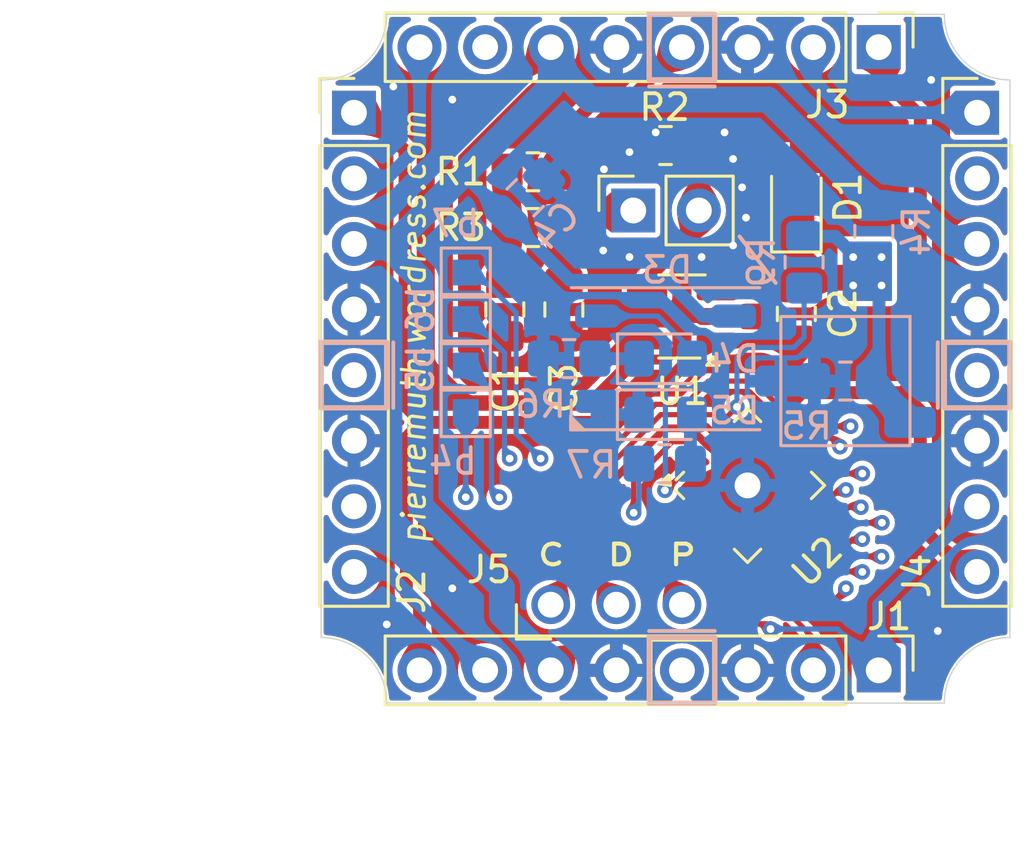
<source format=kicad_pcb>
(kicad_pcb (version 20240108) (generator "pcbnew") (generator_version "8.0")
  (layers (0 "F.Cu" signal) (1 "In1.Cu" signal) (2 "In2.Cu" signal) (31 "B.Cu" signal) (36 "B.SilkS" user "B.Silkscreen") (37 "F.SilkS" user "F.Silkscreen") (38 "B.Mask" user) (39 "F.Mask" user) (44 "Edge.Cuts" user))
  (net 0 "")
  (net 1 "GND")
  (net 2 "Net-(C1-Pad1)")
  (net 3 "/Trig_out")
  (net 4 "Net-(D1-K)")
  (net 5 "Net-(D2-K)")
  (net 6 "Net-(D2-A)")
  (net 7 "VCC")
  (net 8 "/Main_Led")
  (net 9 "/Trig_in5")
  (net 10 "/Trig_in8")
  (net 11 "HT")
  (net 12 "/Trig_in6")
  (net 13 "/Trig_in2")
  (net 14 "/Trig_in7")
  (net 15 "/Trig_in4")
  (net 16 "/Trig_in1")
  (net 17 "/Trig_in3")
  (net 18 "Net-(J5-Pin_3)")
  (net 19 "Net-(J5-Pin_1)")
  (net 20 "Net-(U2-RB4)")
  (net 21 "Net-(U2-RB5)")
  (net 22 "Net-(U2-RB6)")
  (net 23 "Net-(U2-RB7)")
  (net 24 "Net-(D4-K)")
  (net 25 "/Second_Led")
  (net 26 "Net-(D5-A)")
  (net 27 "/dac_out")
  (footprint "SiPM_Pixel_footprint:PinHeader_1x03_P2.54mm_Vertical_small_ring" (layer "F.Cu") (at 114.3 92.71 90)
    (property "Reference" "J5" (at 1.36 -2.39 0) (layer "F.SilkS"))
    (property "Value" "Conn_01x03_Pin")
    (pad "1" thru_hole circle (at 0 0 90) (size 1.5 1.5) (drill 1) (layers "*.Cu" "*.Mask") (net 19 "Net-(J5-Pin_1)"))
    (pad "2" thru_hole circle (at 0 2.54 90) (size 1.5 1.5) (drill 1) (layers "*.Cu" "*.Mask") (net 27 "/dac_out"))
    (pad "3" thru_hole circle (at 0 5.08 90) (size 1.5 1.5) (drill 1) (layers "*.Cu" "*.Mask") (net 18 "Net-(J5-Pin_3)"))
  )
  (footprint "Resistor_SMD:R_0805_2012Metric_Pad1.20x1.40mm_HandSolder" (layer "F.Cu") (at 113.61 75.946 180)
    (property "Reference" "R1" (at 2.794 0 180) (layer "F.SilkS"))
    (property "Value" "50")
    (pad "1" smd roundrect (at -1 0 180) (size 1.2 1.4) (layers "F.Cu" "F.Paste" "F.Mask") (roundrect_rratio 0.208333) (net 11 "HT"))
    (pad "2" smd roundrect (at 1 0 180) (size 1.2 1.4) (layers "F.Cu" "F.Paste" "F.Mask") (roundrect_rratio 0.208333) (net 2 "Net-(C1-Pad1)"))
  )
  (footprint "Capacitor_SMD:C_0805_2012Metric_Pad1.18x1.45mm_HandSolder" (layer "F.Cu") (at 112.522 81.28 -90)
    (property "Reference" "C1" (at 3.048 0 90) (layer "F.SilkS"))
    (property "Value" "10n")
    (pad "1" smd roundrect (at -1.0375 0 270) (size 1.175 1.45) (layers "F.Cu" "F.Paste" "F.Mask") (roundrect_rratio 0.212766) (net 2 "Net-(C1-Pad1)"))
    (pad "2" smd roundrect (at 1.0375 0 270) (size 1.175 1.45) (layers "F.Cu" "F.Paste" "F.Mask") (roundrect_rratio 0.212766) (net 1 "GND"))
  )
  (footprint "SiPM_Pixel_footprint:D_0805_2012_long_HandSolder" (layer "F.Cu") (at 123.81 76.95 90)
    (property "Reference" "D1" (at 0 2 90) (layer "F.SilkS"))
    (property "Value" "D")
    (pad "1" smd roundrect (at -1.2 0 90) (size 1.5 1.4) (layers "F.Cu" "F.Paste" "F.Mask") (roundrect_rratio 0.217391) (net 4 "Net-(D1-K)"))
    (pad "2" smd roundrect (at 1.2 0 90) (size 1.5 1.4) (layers "F.Cu" "F.Paste" "F.Mask") (roundrect_rratio 0.217391) (net 1 "GND"))
  )
  (footprint "Connector_PinHeader_2.54mm:PinHeader_1x08_P2.54mm_Vertical" (layer "F.Cu") (at 127 95.25 -90)
    (property "Reference" "J1" (at -2.0828 -0.4064 180) (layer "F.SilkS"))
    (property "Value" "Conn_01x08_Pin")
    (pad "1" thru_hole rect (at 0 0 270) (size 1.7 1.7) (drill 1) (layers "*.Cu" "*.Mask") (net 12 "/Trig_in6"))
    (pad "2" thru_hole oval (at 0 2.54 270) (size 1.7 1.7) (drill 1) (layers "*.Cu" "*.Mask") (net 9 "/Trig_in5"))
    (pad "3" thru_hole oval (at 0 5.08 270) (size 1.7 1.7) (drill 1) (layers "*.Cu" "*.Mask") (net 1 "GND"))
    (pad "4" thru_hole oval (at 0 7.62 270) (size 1.7 1.7) (drill 1) (layers "*.Cu" "*.Mask") (net 11 "HT"))
    (pad "5" thru_hole oval (at 0 10.16 270) (size 1.7 1.7) (drill 1) (layers "*.Cu" "*.Mask") (net 1 "GND"))
    (pad "6" thru_hole oval (at 0 12.7 270) (size 1.7 1.7) (drill 1) (layers "*.Cu" "*.Mask") (net 7 "VCC"))
    (pad "7" thru_hole oval (at 0 15.24 270) (size 1.7 1.7) (drill 1) (layers "*.Cu" "*.Mask") (net 10 "/Trig_in8"))
    (pad "8" thru_hole oval (at 0 17.78 270) (size 1.7 1.7) (drill 1) (layers "*.Cu" "*.Mask") (net 3 "/Trig_out"))
  )
  (footprint "Connector_PinSocket_2.54mm:PinSocket_1x02_P2.54mm_Vertical" (layer "F.Cu") (at 117.495 77.445 90)
    (property "Reference" "D2" (hide yes))
    (property "Value" "D_SiPM")
    (pad "1" thru_hole rect (at 0 0 90) (size 1.7 1.7) (drill 1) (layers "*.Cu" "*.Mask") (net 5 "Net-(D2-K)"))
    (pad "2" thru_hole oval (at 0 2.54 90) (size 1.7 1.7) (drill 1) (layers "*.Cu" "*.Mask") (net 6 "Net-(D2-A)"))
  )
  (footprint "Resistor_SMD:R_0805_2012Metric_Pad1.20x1.40mm_HandSolder" (layer "F.Cu") (at 118.745 74.93)
    (property "Reference" "R2" (at -0.035 -1.48 0) (layer "F.SilkS"))
    (property "Value" "50")
    (pad "1" smd roundrect (at -1 0) (size 1.2 1.4) (layers "F.Cu" "F.Paste" "F.Mask") (roundrect_rratio 0.208333) (net 1 "GND"))
    (pad "2" smd roundrect (at 1 0) (size 1.2 1.4) (layers "F.Cu" "F.Paste" "F.Mask") (roundrect_rratio 0.208333) (net 6 "Net-(D2-A)"))
  )
  (footprint "Capacitor_SMD:C_0805_2012Metric_Pad1.18x1.45mm_HandSolder" (layer "F.Cu") (at 114.808 81.28 -90)
    (property "Reference" "C3" (at 3.048 0 90) (layer "F.SilkS"))
    (property "Value" "10n")
    (pad "1" smd roundrect (at -1.0375 0 270) (size 1.175 1.45) (layers "F.Cu" "F.Paste" "F.Mask") (roundrect_rratio 0.212766) (net 5 "Net-(D2-K)"))
    (pad "2" smd roundrect (at 1.0375 0 270) (size 1.175 1.45) (layers "F.Cu" "F.Paste" "F.Mask") (roundrect_rratio 0.212766) (net 1 "GND"))
  )
  (footprint "Capacitor_SMD:C_0805_2012Metric_Pad1.18x1.45mm_HandSolder" (layer "F.Cu") (at 123.81 81.45 90)
    (property "Reference" "C2" (at 0 1.8 -90) (layer "F.SilkS"))
    (property "Value" "1n")
    (pad "1" smd roundrect (at -1.0375 0 90) (size 1.175 1.45) (layers "F.Cu" "F.Paste" "F.Mask") (roundrect_rratio 0.212766) (net 3 "/Trig_out"))
    (pad "2" smd roundrect (at 1.0375 0 90) (size 1.175 1.45) (layers "F.Cu" "F.Paste" "F.Mask") (roundrect_rratio 0.212766) (net 4 "Net-(D1-K)"))
  )
  (footprint "Resistor_SMD:R_0805_2012Metric_Pad1.20x1.40mm_HandSolder" (layer "F.Cu") (at 113.61 78.105)
    (property "Reference" "R3" (at -2.794 0 0) (layer "F.SilkS"))
    (property "Value" "50")
    (pad "1" smd roundrect (at -1 0) (size 1.2 1.4) (layers "F.Cu" "F.Paste" "F.Mask") (roundrect_rratio 0.208333) (net 2 "Net-(C1-Pad1)"))
    (pad "2" smd roundrect (at 1 0) (size 1.2 1.4) (layers "F.Cu" "F.Paste" "F.Mask") (roundrect_rratio 0.208333) (net 5 "Net-(D2-K)"))
  )
  (footprint "SiPM_Pixel_footprint:UQFN-20-1EP_4x4mm_P0.5mm_easy_solder" (layer "F.Cu") (at 121.92 88.09 45)
    (property "Reference" "U2" (at -0.190919 3.995153 45) (layer "F.SilkS"))
    (property "Value" "PIC16F18325-xGZ")
    (pad "1" smd rect (at -2.25 -1 45) (size 1.2 0.25) (layers "F.Cu" "F.Paste" "F.Mask") (net 18 "Net-(J5-Pin_3)"))
    (pad "2" smd roundrect (at -2.25 -0.499999 45) (size 1.2 0.25) (layers "F.Cu" "F.Paste" "F.Mask") (roundrect_rratio 0.4) (net 12 "/Trig_in6"))
    (pad "3" smd roundrect (at -2.25 0 45) (size 1.2 0.25) (layers "F.Cu" "F.Paste" "F.Mask") (roundrect_rratio 0.4) (net 9 "/Trig_in5"))
    (pad "4" smd roundrect (at -2.25 0.499999 45) (size 1.2 0.25) (layers "F.Cu" "F.Paste" "F.Mask") (roundrect_rratio 0.4) (net 15 "/Trig_in4"))
    (pad "5" smd roundrect (at -2.25 1 45) (size 1.2 0.25) (layers "F.Cu" "F.Paste" "F.Mask") (roundrect_rratio 0.4) (net 14 "/Trig_in7"))
    (pad "6" smd roundrect (at -1 2.25 45) (size 0.25 1.2) (layers "F.Cu" "F.Paste" "F.Mask") (roundrect_rratio 0.4) (net 10 "/Trig_in8"))
    (pad "7" smd roundrect (at -0.499999 2.25 45) (size 0.25 1.2) (layers "F.Cu" "F.Paste" "F.Mask") (roundrect_rratio 0.4) (net 23 "Net-(U2-RB7)"))
    (pad "8" smd roundrect (at 0 2.25 45) (size 0.25 1.2) (layers "F.Cu" "F.Paste" "F.Mask") (roundrect_rratio 0.4) (net 22 "Net-(U2-RB6)"))
    (pad "9" smd roundrect (at 0.499999 2.25 45) (size 0.25 1.2) (layers "F.Cu" "F.Paste" "F.Mask") (roundrect_rratio 0.4) (net 21 "Net-(U2-RB5)"))
    (pad "10" smd roundrect (at 1 2.25 45) (size 0.25 1.2) (layers "F.Cu" "F.Paste" "F.Mask") (roundrect_rratio 0.4) (net 20 "Net-(U2-RB4)"))
    (pad "11" smd roundrect (at 2.25 1 45) (size 1.2 0.25) (layers "F.Cu" "F.Paste" "F.Mask") (roundrect_rratio 0.4) (net 17 "/Trig_in3"))
    (pad "12" smd roundrect (at 2.25 0.499999 45) (size 1.2 0.25) (layers "F.Cu" "F.Paste" "F.Mask") (roundrect_rratio 0.4) (net 13 "/Trig_in2"))
    (pad "13" smd roundrect (at 2.25 0 45) (size 1.2 0.25) (layers "F.Cu" "F.Paste" "F.Mask") (roundrect_rratio 0.4) (net 16 "/Trig_in1"))
    (pad "14" smd roundrect (at 2.25 -0.499999 45) (size 1.2 0.25) (layers "F.Cu" "F.Paste" "F.Mask") (roundrect_rratio 0.4) (net 3 "/Trig_out"))
    (pad "15" smd roundrect (at 2.25 -1 45) (size 1.2 0.25) (layers "F.Cu" "F.Paste" "F.Mask") (roundrect_rratio 0.4) (net 19 "Net-(J5-Pin_1)"))
    (pad "16" smd roundrect (at 1 -2.25 45) (size 0.25 1.2) (layers "F.Cu" "F.Paste" "F.Mask") (roundrect_rratio 0.4) (net 27 "/dac_out"))
    (pad "17" smd roundrect (at 0.499999 -2.25 45) (size 0.25 1.2) (layers "F.Cu" "F.Paste" "F.Mask") (roundrect_rratio 0.4) (net 1 "GND"))
    (pad "18" smd roundrect (at 0 -2.25 45) (size 0.25 1.2) (layers "F.Cu" "F.Paste" "F.Mask") (roundrect_rratio 0.4) (net 7 "VCC"))
    (pad "19" smd roundrect (at -0.499999 -2.25 45) (size 0.25 1.2) (layers "F.Cu" "F.Paste" "F.Mask") (roundrect_rratio 0.4) (net 25 "/Second_Led"))
    (pad "20" smd roundrect (at -1 -2.25 45) (size 0.25 1.2) (layers "F.Cu" "F.Paste" "F.Mask") (roundrect_rratio 0.4) (net 8 "/Main_Led"))
    (pad "21" thru_hole circle (at 0 0 45) (size 1.8 1.8) (drill 1) (property pad_prop_heatsink) (layers "*.Cu" "*.Mask") (net 1 "GND"))
    (pad "21" smd roundrect (at 0 0 45) (size 2.6 2.6) (property pad_prop_heatsink) (layers "F.Cu" "F.Mask") (roundrect_rratio 0.1481481481) (net 1 "GND"))
  )
  (footprint "Connector_PinHeader_2.54mm:PinHeader_1x08_P2.54mm_Vertical" (layer "F.Cu") (at 127 71.12 -90)
    (property "Reference" "J3" (at 2.23 1.99 0) (layer "F.SilkS"))
    (property "Value" "Conn_01x08_Pin")
    (pad "1" thru_hole rect (at 0 0 270) (size 1.7 1.7) (drill 1) (layers "*.Cu" "*.Mask") (net 3 "/Trig_out"))
    (pad "2" thru_hole oval (at 0 2.54 270) (size 1.7 1.7) (drill 1) (layers "*.Cu" "*.Mask") (net 15 "/Trig_in4"))
    (pad "3" thru_hole oval (at 0 5.08 270) (size 1.7 1.7) (drill 1) (layers "*.Cu" "*.Mask") (net 1 "GND"))
    (pad "4" thru_hole oval (at 0 7.62 270) (size 1.7 1.7) (drill 1) (layers "*.Cu" "*.Mask") (net 11 "HT"))
    (pad "5" thru_hole oval (at 0 10.16 270) (size 1.7 1.7) (drill 1) (layers "*.Cu" "*.Mask") (net 1 "GND"))
    (pad "6" thru_hole oval (at 0 12.7 270) (size 1.7 1.7) (drill 1) (layers "*.Cu" "*.Mask") (net 7 "VCC"))
    (pad "7" thru_hole oval (at 0 15.24 270) (size 1.7 1.7) (drill 1) (layers "*.Cu" "*.Mask") (net 16 "/Trig_in1"))
    (pad "8" thru_hole oval (at 0 17.78 270) (size 1.7 1.7) (drill 1) (layers "*.Cu" "*.Mask") (net 13 "/Trig_in2"))
  )
  (footprint "Connector_PinHeader_2.54mm:PinHeader_1x08_P2.54mm_Vertical" (layer "F.Cu") (at 130.81 73.66)
    (property "Reference" "J4" (at -2.3368 17.9324 90) (layer "F.SilkS"))
    (property "Value" "Conn_01x08_Pin")
    (pad "1" thru_hole rect (at 0 0) (size 1.7 1.7) (drill 1) (layers "*.Cu" "*.Mask") (net 15 "/Trig_in4"))
    (pad "2" thru_hole oval (at 0 2.54) (size 1.7 1.7) (drill 1) (layers "*.Cu" "*.Mask") (net 17 "/Trig_in3"))
    (pad "3" thru_hole oval (at 0 5.08) (size 1.7 1.7) (drill 1) (layers "*.Cu" "*.Mask") (net 7 "VCC"))
    (pad "4" thru_hole oval (at 0 7.62) (size 1.7 1.7) (drill 1) (layers "*.Cu" "*.Mask") (net 1 "GND"))
    (pad "5" thru_hole oval (at 0 10.16) (size 1.7 1.7) (drill 1) (layers "*.Cu" "*.Mask") (net 11 "HT"))
    (pad "6" thru_hole oval (at 0 12.7) (size 1.7 1.7) (drill 1) (layers "*.Cu" "*.Mask") (net 1 "GND"))
    (pad "7" thru_hole oval (at 0 15.24) (size 1.7 1.7) (drill 1) (layers "*.Cu" "*.Mask") (net 12 "/Trig_in6"))
    (pad "8" thru_hole oval (at 0 17.78) (size 1.7 1.7) (drill 1) (layers "*.Cu" "*.Mask") (net 3 "/Trig_out"))
  )
  (footprint "Connector_PinHeader_2.54mm:PinHeader_1x08_P2.54mm_Vertical" (layer "F.Cu") (at 106.68 73.66)
    (property "Reference" "J2" (at 2.2352 18.542 90) (layer "F.SilkS"))
    (property "Value" "Conn_01x08_Pin")
    (pad "1" thru_hole rect (at 0 0) (size 1.7 1.7) (drill 1) (layers "*.Cu" "*.Mask") (net 3 "/Trig_out"))
    (pad "2" thru_hole oval (at 0 2.54) (size 1.7 1.7) (drill 1) (layers "*.Cu" "*.Mask") (net 13 "/Trig_in2"))
    (pad "3" thru_hole oval (at 0 5.08) (size 1.7 1.7) (drill 1) (layers "*.Cu" "*.Mask") (net 7 "VCC"))
    (pad "4" thru_hole oval (at 0 7.62) (size 1.7 1.7) (drill 1) (layers "*.Cu" "*.Mask") (net 1 "GND"))
    (pad "5" thru_hole oval (at 0 10.16) (size 1.7 1.7) (drill 1) (layers "*.Cu" "*.Mask") (net 11 "HT"))
    (pad "6" thru_hole oval (at 0 12.7) (size 1.7 1.7) (drill 1) (layers "*.Cu" "*.Mask") (net 1 "GND"))
    (pad "7" thru_hole oval (at 0 15.24) (size 1.7 1.7) (drill 1) (layers "*.Cu" "*.Mask") (net 14 "/Trig_in7"))
    (pad "8" thru_hole oval (at 0 17.78) (size 1.7 1.7) (drill 1) (layers "*.Cu" "*.Mask") (net 10 "/Trig_in8"))
  )
  (footprint "Package_TO_SOT_SMD:SOT-23-5_HandSoldering" (layer "F.Cu") (at 119.38 81.55 180)
    (property "Reference" "U1" (at 0 -2.9 180) (layer "F.SilkS"))
    (property "Value" "LMV793")
    (pad "1" smd roundrect (at -1.35 -0.95 180) (size 1.56 0.65) (layers "F.Cu" "F.Paste" "F.Mask") (net 3 "/Trig_out"))
    (pad "2" smd roundrect (at -1.35 0 180) (size 1.56 0.65) (layers "F.Cu" "F.Paste" "F.Mask") (net 1 "GND"))
    (pad "3" smd roundrect (at -1.35 0.95 180) (size 1.56 0.65) (layers "F.Cu" "F.Paste" "F.Mask") (net 4 "Net-(D1-K)"))
    (pad "4" smd roundrect (at 1.35 0.95 180) (size 1.56 0.65) (layers "F.Cu" "F.Paste" "F.Mask") (net 6 "Net-(D2-A)"))
    (pad "5" smd roundrect (at 1.35 -0.95 180) (size 1.56 0.65) (layers "F.Cu" "F.Paste" "F.Mask") (net 7 "VCC"))
  )
  (footprint "LED_SMD:LED_0805_2012Metric_Pad1.15x1.40mm_HandSolder" (layer "B.Cu") (at 118.7425 85.35)
    (property "Reference" "D5" (at 2.6675 -0.15 0) (layer "B.SilkS") (effects (justify mirror)))
    (property "Value" "LED")
    (pad "1" smd roundrect (at -1.025 0) (size 1.15 1.4) (layers "B.Cu" "B.Paste" "B.Mask") (roundrect_rratio 0.217391) (net 1 "GND"))
    (pad "2" smd roundrect (at 1.025 0) (size 1.15 1.4) (layers "B.Cu" "B.Paste" "B.Mask") (roundrect_rratio 0.217391) (net 26 "Net-(D5-A)"))
  )
  (footprint "SiPM_Pixel_footprint:TestPoint_Pad_1x1mm" (layer "B.Cu") (at 111.01 83.45 180)
    (property "Reference" "b5" (at 1.75 -0.15 -90) (layer "B.SilkS") (effects (justify mirror)))
    (property "Value" "TestPoint")
    (pad "1" smd rect (at 0 0 180) (size 1 1) (layers "B.Cu" "B.Mask") (net 21 "Net-(U2-RB5)"))
  )
  (footprint "Capacitor_SMD:C_0805_2012Metric_Pad1.18x1.45mm_HandSolder" (layer "B.Cu") (at 113.31 76.95 45)
    (property "Reference" "C4" (at 0.05 1.6 45) (layer "B.SilkS") (effects (justify mirror)))
    (property "Value" "10n")
    (pad "1" smd roundrect (at -1.0375 0 45) (size 1.175 1.45) (layers "B.Cu" "B.Paste" "B.Mask") (roundrect_rratio 0.212766) (net 7 "VCC"))
    (pad "2" smd roundrect (at 1.0375 0 45) (size 1.175 1.45) (layers "B.Cu" "B.Paste" "B.Mask") (roundrect_rratio 0.212766) (net 1 "GND"))
  )
  (footprint "SiPM_Pixel_footprint:TestPoint_Pad_1x1mm" (layer "B.Cu") (at 111.01 85.25 180)
    (property "Reference" "b4" (at 0.5 -1.9 180) (layer "B.SilkS") (effects (justify mirror)))
    (property "Value" "TestPoint")
    (pad "1" smd rect (at 0 0 180) (size 1 1) (layers "B.Cu" "B.Mask") (net 20 "Net-(U2-RB4)"))
  )
  (footprint "SiPM_Pixel_footprint:R_0805_and_5x5Pot_HandSolder" (layer "B.Cu") (at 125.71 84.05)
    (property "Reference" "R5" (at -1.5 1.75 0) (layer "B.SilkS") (effects (justify mirror)))
    (property "Value" "100")
    (pad "1" smd roundrect (at -2.5 0) (size 2 1.2) (layers "B.Cu" "B.Paste" "B.Mask") (net 1 "GND"))
    (pad "1" smd roundrect (at -1.2 0) (size 1.2 1.4) (layers "B.Cu" "B.Paste" "B.Mask") (roundrect_rratio 0.208333) (net 1 "GND"))
    (pad "2" smd roundrect (at 1 0) (size 1.2 1.4) (layers "B.Cu" "B.Paste" "B.Mask") (roundrect_rratio 0.208333) (net 4 "Net-(D1-K)"))
    (pad "2" smd roundrect (at 2.5 1.6) (size 2 1.2) (layers "B.Cu" "B.Paste" "B.Mask") (roundrect_rratio 0.208333) (net 4 "Net-(D1-K)"))
  )
  (footprint "SiPM_Pixel_footprint:LED_WS2812B_5.0x5.0mm_3Pin" (layer "B.Cu") (at 118.745 83.185 180)
    (property "Reference" "D3" (at -0.065 3.435 180) (layer "B.SilkS") (effects (justify mirror)))
    (property "Value" "WS2812B")
    (pad "1" smd roundrect (at -2.65 1.65 180) (size 1.7 0.9) (layers "B.Cu" "B.Paste" "B.Mask") (net 7 "VCC"))
    (pad "3" smd roundrect (at 2.65 -1.65 180) (size 1.7 0.9) (layers "B.Cu" "B.Paste" "B.Mask") (net 1 "GND"))
    (pad "4" smd roundrect (at 2.65 1.65 180) (size 1.7 0.9) (layers "B.Cu" "B.Paste" "B.Mask") (net 8 "/Main_Led"))
  )
  (footprint "Resistor_SMD:R_0805_2012Metric_Pad1.20x1.40mm_HandSolder" (layer "B.Cu") (at 118.71 87.25 180)
    (property "Reference" "R7" (at 2.85 -0.05 180) (layer "B.SilkS") (effects (justify mirror)))
    (property "Value" "220")
    (pad "1" smd roundrect (at -1 0 180) (size 1.2 1.4) (layers "B.Cu" "B.Paste" "B.Mask") (roundrect_rratio 0.208333) (net 26 "Net-(D5-A)"))
    (pad "2" smd roundrect (at 1 0 180) (size 1.2 1.4) (layers "B.Cu" "B.Paste" "B.Mask") (roundrect_rratio 0.208333) (net 25 "/Second_Led"))
  )
  (footprint "LED_SMD:LED_0805_2012Metric_Pad1.15x1.40mm_HandSolder" (layer "B.Cu") (at 118.745 83.185)
    (property "Reference" "D4" (at 2.665 0.015 0) (layer "B.SilkS") (effects (justify mirror)))
    (property "Value" "LED")
    (pad "1" smd roundrect (at -1.025 0) (size 1.15 1.4) (layers "B.Cu" "B.Paste" "B.Mask") (roundrect_rratio 0.217391) (net 24 "Net-(D4-K)"))
    (pad "2" smd roundrect (at 1.025 0) (size 1.15 1.4) (layers "B.Cu" "B.Paste" "B.Mask") (roundrect_rratio 0.217391) (net 8 "/Main_Led"))
  )
  (footprint "Resistor_SMD:R_0805_2012Metric_Pad1.20x1.40mm_HandSolder" (layer "B.Cu") (at 126.81 78.25 90)
    (property "Reference" "R4" (at 0 1.65 -90) (layer "B.SilkS") (effects (justify mirror)))
    (property "Value" "1M")
    (pad "1" smd roundrect (at -1 0 90) (size 1.2 1.4) (layers "B.Cu" "B.Paste" "B.Mask") (roundrect_rratio 0.208333) (net 4 "Net-(D1-K)"))
    (pad "2" smd roundrect (at 1 0 90) (size 1.2 1.4) (layers "B.Cu" "B.Paste" "B.Mask") (roundrect_rratio 0.208333) (net 7 "VCC"))
  )
  (footprint "SiPM_Pixel_footprint:TestPoint_Pad_1x1mm" (layer "B.Cu") (at 111.01 81.65 180)
    (property "Reference" "b6" (at 1.75 0.35 -90) (layer "B.SilkS") (effects (justify mirror)))
    (property "Value" "TestPoint")
    (pad "1" smd rect (at 0 0 180) (size 1 1) (layers "B.Cu" "B.Mask") (net 22 "Net-(U2-RB6)"))
  )
  (footprint "SiPM_Pixel_footprint:TestPoint_Pad_1x1mm" (layer "B.Cu") (at 111.01 79.85 180)
    (property "Reference" "b7" (at 0.4 1.9 0) (layer "B.SilkS") (effects (justify mirror)))
    (property "Value" "TestPoint")
    (pad "1" smd rect (at 0 0 180) (size 1 1) (layers "B.Cu" "B.Mask") (net 23 "Net-(U2-RB7)"))
  )
  (footprint "Resistor_SMD:R_0805_2012Metric_Pad1.20x1.40mm_HandSolder" (layer "B.Cu") (at 115.01 83.18)
    (property "Reference" "R6" (at -1.1 1.77 180) (layer "B.SilkS") (effects (justify mirror)))
    (property "Value" "220")
    (pad "1" smd roundrect (at -1 0) (size 1.2 1.4) (layers "B.Cu" "B.Paste" "B.Mask") (roundrect_rratio 0.208333) (net 1 "GND"))
    (pad "2" smd roundrect (at 1 0) (size 1.2 1.4) (layers "B.Cu" "B.Paste" "B.Mask") (roundrect_rratio 0.208333) (net 24 "Net-(D4-K)"))
  )
  (footprint "Resistor_SMD:R_0805_2012Metric_Pad1.20x1.40mm_HandSolder" (layer "B.Cu") (at 124.11 79.45 -90)
    (property "Reference" "R9" (at 0 1.65 90) (layer "B.SilkS") (effects (justify mirror)))
    (property "Value" "1M")
    (pad "1" smd roundrect (at -1 0 270) (size 1.2 1.4) (layers "B.Cu" "B.Paste" "B.Mask") (roundrect_rratio 0.208333) (net 4 "Net-(D1-K)"))
    (pad "2" smd roundrect (at 1 0 270) (size 1.2 1.4) (layers "B.Cu" "B.Paste" "B.Mask") (roundrect_rratio 0.208333) (net 27 "/dac_out"))
  )
  (gr_poly (pts (xy 127.41 78.75) (xy 127.41 80.85) (xy 125.71 80.85) (xy 125.71 78.75)) (stroke (width 0.2)) (fill solid) (layer "F.Cu") (net 4))
  (gr_poly (pts (xy 127.41 78.75) (xy 127.41 80.85) (xy 125.71 80.85) (xy 125.71 78.75)) (stroke (width 0.2)) (fill solid) (layer "B.Cu") (net 4))
  (gr_line (start 118.11 72.644) (end 120.65 72.644) (stroke (width 0.15)) (layer "B.SilkS"))
  (gr_line (start 118.11 93.726) (end 120.65 93.726) (stroke (width 0.15)) (layer "B.SilkS"))
  (gr_poly (pts (xy 115.61 85.95) (xy 115.06 85.4) (xy 115.06 85.95)) (stroke (width 0.1)) (fill solid) (layer "B.SilkS"))
  (gr_rect (start 129.54 82.55) (end 132.08 85.09) (stroke (width 0.2)) (fill none) (layer "B.SilkS"))
  (gr_line (start 129.286 85.09) (end 129.286 82.55) (stroke (width 0.15)) (layer "B.SilkS"))
  (gr_line (start 108.204 85.09) (end 108.204 82.55) (stroke (width 0.15)) (layer "B.SilkS"))
  (gr_rect (start 105.41 82.55) (end 107.95 85.09) (stroke (width 0.2)) (fill none) (layer "B.SilkS"))
  (gr_line (start 123.01 80.25) (end 121.61 78.45) (stroke (width 0.15)) (layer "B.SilkS"))
  (gr_rect (start 118.11 93.98) (end 120.65 96.52) (stroke (width 0.2)) (fill none) (layer "B.SilkS"))
  (gr_rect (start 118.11 69.85) (end 120.65 72.39) (stroke (width 0.2)) (fill none) (layer "B.SilkS"))
  (gr_rect (start 118.11 69.85) (end 120.65 72.39) (stroke (width 0.2)) (fill none) (layer "F.SilkS"))
  (gr_rect (start 105.41 82.55) (end 107.95 85.09) (stroke (width 0.2)) (fill none) (layer "F.SilkS"))
  (gr_rect (start 118.14 94.04) (end 120.65 96.52) (stroke (width 0.2)) (fill none) (layer "F.SilkS"))
  (gr_rect (start 129.54 82.55) (end 132.08 85.09) (stroke (width 0.2)) (fill none) (layer "F.SilkS"))
  (gr_line (start 132.08 72.39) (end 132.08 93.98) (stroke (width 0.05)) (layer "Edge.Cuts"))
  (gr_arc (start 107.95 69.85) (mid 107.206051 71.646051) (end 105.41 72.39) (stroke (width 0.05)) (layer "Edge.Cuts"))
  (gr_line (start 105.41 93.98) (end 105.41 72.39) (stroke (width 0.05)) (layer "Edge.Cuts"))
  (gr_line (start 107.95 69.85) (end 129.54 69.85) (stroke (width 0.05)) (layer "Edge.Cuts"))
  (gr_arc (start 105.41 93.98) (mid 107.206051 94.723949) (end 107.95 96.52) (stroke (width 0.05)) (layer "Edge.Cuts"))
  (gr_line (start 129.54 96.52) (end 107.95 96.52) (stroke (width 0.05)) (layer "Edge.Cuts"))
  (gr_arc (start 132.08 72.39) (mid 130.283949 71.646051) (end 129.54 69.85) (stroke (width 0.05)) (layer "Edge.Cuts"))
  (gr_arc (start 129.54 96.52) (mid 130.283949 94.723949) (end 132.08 93.98) (stroke (width 0.05)) (layer "Edge.Cuts"))
  (gr_text "pierremuth.wordress.com" (at 109.5248 90.424 90) (layer "F.SilkS") (effects (font (size 0.9 0.9) (thickness 0.12) (italic yes)) (justify left bottom)))
  (gr_text "D" (at 116.41 91.25 0) (layer "F.SilkS") (effects (font (size 0.8 1) (thickness 0.16) (bold yes)) (justify left bottom)))
  (gr_text "C" (at 113.71 91.25 0) (layer "F.SilkS") (effects (font (size 0.8 1) (thickness 0.16) (bold yes)) (justify left bottom)))
  (gr_text "P" (at 118.81 91.25 0) (layer "F.SilkS") (effects (font (size 0.8 1) (thickness 0.16) (bold yes)) (justify left bottom)))
  (segment (start 121.92 88.09) (end 121.92 88.265) (width 0.2) (layer "F.Cu") (net 1))
  (segment (start 121.92 87.63) (end 121.92 87.524315) (width 0.2) (layer "F.Cu") (net 1))
  (segment (start 121.92 88.265) (end 121.92 87.63) (width 0.2) (layer "F.Cu") (net 1))
  (via (at 129.032 72.39) (size 0.6) (drill 0.3) (layers "F.Cu" "B.Cu") (net 1))
  (via (at 116.36 75.85) (size 0.6) (drill 0.3) (layers "F.Cu" "B.Cu") (net 1))
  (via (at 118.364 74.422) (size 0.6) (drill 0.3) (layers "F.Cu" "B.Cu") (net 1))
  (via (at 108.204 72.644) (size 0.6) (drill 0.3) (layers "F.Cu" "B.Cu") (net 1))
  (via (at 120.142 79.248) (size 0.6) (drill 0.3) (layers "F.Cu" "B.Cu") (net 1))
  (via (at 121.71 76.55) (size 0.6) (drill 0.3) (layers "F.Cu" "B.Cu") (net 1))
  (via (at 117.348 75.184) (size 0.6) (drill 0.3) (layers "F.Cu" "B.Cu") (net 1))
  (via (at 121.86 77.724) (size 0.6) (drill 0.3) (layers "F.Cu" "B.Cu") (net 1))
  (via (at 110.49 92.075) (size 0.6) (drill 0.3) (layers "F.Cu" "B.Cu") (net 1))
  (via (at 121.031 74.422) (size 0.6) (drill 0.3) (layers "F.Cu" "B.Cu") (net 1))
  (via (at 129.286 93.726) (size 0.6) (drill 0.3) (layers "F.Cu" "B.Cu") (net 1))
  (via (at 117.348 79.248) (size 0.6) (drill 0.3) (layers "F.Cu" "B.Cu") (net 1))
  (via (at 121.36 78.8) (size 0.6) (drill 0.3) (layers "F.Cu" "B.Cu") (net 1))
  (via (at 107.95 93.472) (size 0.6) (drill 0.3) (layers "F.Cu" "B.Cu") (net 1))
  (via (at 116.332 78.994) (size 0.6) (drill 0.3) (layers "F.Cu" "B.Cu") (net 1))
  (via (at 121.36 75.45) (size 0.6) (drill 0.3) (layers "F.Cu" "B.Cu") (net 1))
  (via (at 110.49 73.152) (size 0.6) (drill 0.3) (layers "F.Cu" "B.Cu") (net 1))
  (segment (start 117.7175 85.35) (end 116.61 85.35) (width 0.5) (layer "B.Cu") (net 1))
  (segment (start 116.61 85.35) (end 116.095 84.835) (width 0.5) (layer "B.Cu") (net 1))
  (segment (start 112.61 80.1545) (end 112.522 80.2425) (width 1) (layer "F.Cu") (net 2))
  (segment (start 112.61 75.946) (end 112.61 78.105) (width 1) (layer "F.Cu") (net 2))
  (segment (start 112.61 78.105) (end 112.61 80.1545) (width 1) (layer "F.Cu") (net 2))
  (segment (start 123.7975 82.5) (end 120.73 82.5) (width 0.5) (layer "F.Cu") (net 3))
  (segment (start 117.94 83.86) (end 116.15 85.65) (width 0.5) (layer "F.Cu") (net 3))
  (segment (start 108.66 75.132) (end 107.188 73.66) (width 0.5) (layer "F.Cu") (net 3))
  (segment (start 116.15 85.65) (end 109.31 85.65) (width 0.5) (layer "F.Cu") (net 3))
  (segment (start 123.81 83.65) (end 123.81 82.4875) (width 0.5) (layer "F.Cu") (net 3))
  (segment (start 123.81 82.4875) (end 123.7975 82.5) (width 0.5) (layer "F.Cu") (net 3))
  (segment (start 109.31 85.65) (end 108.66 85) (width 0.5) (layer "F.Cu") (net 3))
  (segment (start 108.71 92.25) (end 108.71 86.25) (width 0.5) (layer "F.Cu") (net 3))
  (segment (start 128.61 85.2) (end 128.61 89.6845) (width 0.5) (layer "F.Cu") (net 3))
  (segment (start 124.61 84.45) (end 124.66 84.5) (width 0.5) (layer "F.Cu") (net 3))
  (segment (start 127 72.18) (end 128.61 73.79) (width 0.5) (layer "F.Cu") (net 3))
  (segment (start 128.61 89.6845) (end 130.3655 91.44) (width 0.5) (layer "F.Cu") (net 3))
  (segment (start 127.91 84.5) (end 128.61 85.2) (width 0.5) (layer "F.Cu") (net 3))
  (segment (start 108.66 85) (end 108.66 75.132) (width 0.5) (layer "F.Cu") (net 3))
  (segment (start 128.61 73.79) (end 128.61 83.8) (width 0.5) (layer "F.Cu") (net 3))
  (segment (start 127 71.12) (end 127 72.18) (width 0.5) (layer "F.Cu") (net 3))
  (segment (start 109.22 95.25) (end 109.22 92.76) (width 0.5) (layer "F.Cu") (net 3))
  (segment (start 124.61 84.45) (end 124.61 84.692895) (width 0.2) (layer "F.Cu") (net 3))
  (segment (start 120.73 82.5) (end 120.39 82.5) (width 0.5) (layer "F.Cu") (net 3))
  (segment (start 124.61 84.45) (end 123.81 83.65) (width 0.5) (layer "F.Cu") (net 3))
  (segment (start 120.39 82.5) (end 119.03 83.86) (width 0.5) (layer "F.Cu") (net 3))
  (segment (start 108.71 86.25) (end 109.31 85.65) (width 0.5) (layer "F.Cu") (net 3))
  (segment (start 130.3655 91.44) (end 130.81 91.44) (width 0.5) (layer "F.Cu") (net 3))
  (segment (start 107.188 73.66) (end 106.68 73.66) (width 0.5) (layer "F.Cu") (net 3))
  (segment (start 119.03 83.86) (end 117.94 83.86) (width 0.5) (layer "F.Cu") (net 3))
  (segment (start 109.22 92.76) (end 108.71 92.25) (width 0.5) (layer "F.Cu") (net 3))
  (segment (start 124.66 84.5) (end 127.91 84.5) (width 0.5) (layer "F.Cu") (net 3))
  (segment (start 124.61 84.692895) (end 123.192793 86.110102) (width 0.2) (layer "F.Cu") (net 3))
  (segment (start 128.61 83.8) (end 127.91 84.5) (width 0.5) (layer "F.Cu") (net 3))
  (segment (start 127.01 79.35) (end 126.61 79.75) (width 1) (layer "F.Cu") (net 4))
  (segment (start 120.73 80.6) (end 123.6225 80.6) (width 0.5) (layer "F.Cu") (net 4))
  (segment (start 124.51 80.05) (end 124.51 79.85) (width 1) (layer "F.Cu") (net 4))
  (segment (start 123.81 78.15) (end 123.61 78.35) (width 1) (layer "F.Cu") (net 4))
  (segment (start 126.61 79.75) (end 126.61 80.05) (width 1) (layer "F.Cu") (net 4))
  (segment (start 123.61 80.2125) (end 123.81 80.4125) (width 1) (layer "F.Cu") (net 4))
  (segment (start 124.1725 80.05) (end 123.81 80.4125) (width 1) (layer "F.Cu") (net 4))
  (segment (start 123.6225 80.6) (end 123.81 80.4125) (width 0.5) (layer "F.Cu") (net 4))
  (segment (start 123.61 78.35) (end 123.61 78.95) (width 1) (layer "F.Cu") (net 4))
  (segment (start 126.61 80.05) (end 124.1725 80.05) (width 1) (layer "F.Cu") (net 4))
  (segment (start 124.51 79.85) (end 123.61 78.95) (width 1) (layer "F.Cu") (net 4))
  (segment (start 123.61 78.95) (end 123.61 80.2125) (width 1) (layer "F.Cu") (net 4))
  (segment (start 127.01 80.45) (end 126.61 80.05) (width 1) (layer "F.Cu") (net 4))
  (via (at 127.11 79.25) (size 0.6) (drill 0.3) (layers "F.Cu" "B.Cu") (net 4))
  (via (at 126.01 79.25) (size 0.6) (drill 0.3) (layers "F.Cu" "B.Cu") (net 4))
  (via (at 127.11 80.35) (size 0.6) (drill 0.3) (layers "F.Cu" "B.Cu") (net 4))
  (via (at 126.01 80.35) (size 0.6) (drill 0.3) (layers "F.Cu" "B.Cu") (net 4))
  (segment (start 127.01 83.75) (end 126.71 84.05) (width 0.5) (layer "B.Cu") (net 4))
  (segment (start 126.71 84.05) (end 126.71 84.15) (width 1) (layer "B.Cu") (net 4))
  (segment (start 127.01 79.35) (end 127.01 80.45) (width 1) (layer "B.Cu") (net 4))
  (segment (start 125.31 78.45) (end 127.01 80.15) (width 0.5) (layer "B.Cu") (net 4))
  (segment (start 127.01 80.15) (end 127.01 80.45) (width 0.5) (layer "B.Cu") (net 4))
  (segment (start 127.01 80.45) (end 127.01 83.75) (width 0.5) (layer "B.Cu") (net 4))
  (segment (start 127.01 79.35) (end 126.51 79.35) (width 1) (layer "B.Cu") (net 4))
  (segment (start 126.71 84.15) (end 128.21 85.65) (width 1) (layer "B.Cu") (net 4))
  (segment (start 126.81 79.85) (end 126.01 79.85) (width 0.5) (layer "B.Cu") (net 4))
  (segment (start 127.01 80.45) (end 126.61 80.45) (width 1) (layer "B.Cu") (net 4))
  (segment (start 124.11 78.45) (end 125.31 78.45) (width 0.5) (layer "B.Cu") (net 4))
  (segment (start 114.907 77.99) (end 114.792 78.105) (width 0.5) (layer "F.Cu") (net 5))
  (segment (start 114.792 78.105) (end 114.61 78.105) (width 0.5) (layer "F.Cu") (net 5))
  (segment (start 117.495 77.445) (end 116.95 77.99) (width 0.5) (layer "F.Cu") (net 5))
  (segment (start 117.495 77.445) (end 116.212786 77.445) (width 1) (layer "F.Cu") (net 5))
  (segment (start 114.808 80.2425) (end 114.808 78.303) (width 1) (layer "F.Cu") (net 5))
  (segment (start 116.212786 77.445) (end 115.552786 78.105) (width 1) (layer "F.Cu") (net 5))
  (segment (start 114.808 78.303) (end 114.61 78.105) (width 1) (layer "F.Cu") (net 5))
  (segment (start 115.552786 78.105) (end 114.61 78.105) (width 1) (layer "F.Cu") (net 5))
  (segment (start 118.03 80.09) (end 118.03 80.6) (width 0.5) (layer "F.Cu") (net 6))
  (segment (start 120.035 77.445) (end 120.035 78.085) (width 0.5) (layer "F.Cu") (net 6))
  (segment (start 120.035 75.22) (end 119.745 74.93) (width 0.5) (layer "F.Cu") (net 6))
  (segment (start 120.33 77.74) (end 120.035 77.445) (width 0.5) (layer "F.Cu") (net 6))
  (segment (start 120.035 78.085) (end 118.03 80.09) (width 0.5) (layer "F.Cu") (net 6))
  (segment (start 120.035 77.445) (end 120.035 75.22) (width 0.5) (layer "F.Cu") (net 6))
  (segment (start 110.26 75.16) (end 114.3 71.12) (width 0.5) (layer "F.Cu") (net 7))
  (segment (start 115.57 93.98) (end 117.475 93.98) (width 0.3) (layer "F.Cu") (net 7))
  (segment (start 118.03 82.5) (end 117.26 82.5) (width 0.5) (layer "F.Cu") (net 7))
  (segment (start 116.77 91.4) (end 116.21 90.84) (width 0.3) (layer "F.Cu") (net 7))
  (segment (start 115.61 84.15) (end 111.328 84.15) (width 0.5) (layer "F.Cu") (net 7))
  (segment (start 110.26 83.082) (end 110.26 75.16) (width 0.5) (layer "F.Cu") (net 7))
  (segment (start 111.328 84.15) (end 110.26 83.082) (width 0.5) (layer "F.Cu") (net 7))
  (segment (start 117.475 93.98) (end 118.11 93.345) (width 0.3) (layer "F.Cu") (net 7))
  (segment (start 116.21 90.84) (end 116.21 88.4) (width 0.3) (layer "F.Cu") (net 7))
  (segment (start 114.3 95.25) (end 115.57 93.98) (width 0.3) (layer "F.Cu") (net 7))
  (segment (start 118.73 85.88) (end 119.71 85.88) (width 0.3) (layer "F.Cu") (net 7))
  (segment (start 117.26 82.5) (end 115.61 84.15) (width 0.5) (layer "F.Cu") (net 7))
  (segment (start 119.71 85.88) (end 120.435076 86.605076) (width 0.3) (layer "F.Cu") (net 7))
  (segment (start 116.21 88.4) (end 118.73 85.88) (width 0.3) (layer "F.Cu") (net 7))
  (segment (start 117.45 91.4) (end 116.77 91.4) (width 0.3) (layer "F.Cu") (net 7))
  (segment (start 118.11 92.06) (end 117.45 91.4) (width 0.3) (layer "F.Cu") (net 7))
  (segment (start 118.11 93.345) (end 118.11 92.06) (width 0.3) (layer "F.Cu") (net 7))
  (segment (start 126.81 77.25) (end 122.712 73.152) (width 1) (layer "B.Cu") (net 7))
  (segment (start 112.41 92.05) (end 109.254 88.894) (width 1) (layer "B.Cu") (net 7))
  (segment (start 130.81 78.74) (end 129.9 78.74) (width 1) (layer "B.Cu") (net 7))
  (segment (start 110.935 76.042246) (end 110.935 76.025) (width 0.5) (layer "B.Cu") (net 7))
  (segment (start 121.015 81.355) (end 121.195 81.535) (width 0.2) (layer "B.Cu") (net 7))
  (segment (start 118.81 80.15) (end 120.195 81.535) (width 0.5) (layer "B.Cu") (net 7))
  (segment (start 114.3 95.25) (end 114.3 94.99) (width 1) (layer "B.Cu") (net 7))
  (segment (start 112.41 93.1) (end 112.41 92.05) (width 1) (layer "B.Cu") (net 7))
  (segment (start 120.195 81.535) (end 121.395 81.535) (width 0.5) (layer "B.Cu") (net 7))
  (segment (start 114.3 71.628) (end 114.3 71.12) (width 1) (layer "B.Cu") (net 7))
  (segment (start 112.376377 77.483623) (end 110.935 76.042246) (width 0.5) (layer "B.Cu") (net 7))
  (segment (start 106.68 78.74) (end 108.22 78.74) (width 1) (layer "B.Cu") (net 7))
  (segment (start 115.042754 80.15) (end 118.81 80.15) (width 0.5) (layer "B.Cu") (net 7))
  (segment (start 108.22 78.74) (end 110.935 76.025) (width 1) (layer "B.Cu") (net 7))
  (segment (start 115.824 73.152) (end 114.3 71.628) (width 1) (layer "B.Cu") (net 7))
  (segment (start 109.254 80.094) (end 107.9 78.74) (width 1) (layer "B.Cu") (net 7))
  (segment (start 128.41 77.25) (end 126.81 77.25) (width 1) (layer "B.Cu") (net 7))
  (segment (start 107.9 78.74) (end 106.68 78.74) (width 1) (layer "B.Cu") (net 7))
  (segment (start 110.935 76.025) (end 114.3 72.66) (width 1) (layer "B.Cu") (net 7))
  (segment (start 122.712 73.152) (end 115.824 73.152) (width 1) (layer "B.Cu") (net 7))
  (segment (start 129.9 78.74) (end 128.41 77.25) (width 1) (layer "B.Cu") (net 7))
  (segment (start 114.3 94.99) (end 112.41 93.1) (width 1) (layer "B.Cu") (net 7))
  (segment (start 109.254 88.894) (end 109.254 80.094) (width 1) (layer "B.Cu") (net 7))
  (segment (start 112.376377 77.483623) (end 115.042754 80.15) (width 0.5) (layer "B.Cu") (net 7))
  (segment (start 114.3 72.66) (end 114.3 71.12) (width 1) (layer "B.Cu") (net 7))
  (segment (start 118.760152 88.28) (end 119.727969 87.312183) (width 0.2) (layer "F.Cu") (net 8))
  (segment (start 118.72 88.28) (end 118.760152 88.28) (width 0.2) (layer "F.Cu") (net 8))
  (via (at 118.72 88.28) (size 0.6) (drill 0.3) (layers "F.Cu" "B.Cu") (net 8))
  (segment (start 116.095 81.535) (end 118.445 81.535) (width 0.2) (layer "B.Cu") (net 8))
  (segment (start 118.72 88.28) (end 118.74 88.26) (width 0.2) (layer "B.Cu") (net 8))
  (segment (start 119.77 82.86) (end 119.77 83.185) (width 0.2) (layer "B.Cu") (net 8))
  (segment (start 118.74 84.32) (end 119.77 83.29) (width 0.2) (layer "B.Cu") (net 8))
  (segment (start 118.74 88.26) (end 118.74 84.32) (width 0.2) (layer "B.Cu") (net 8))
  (segment (start 118.445 81.535) (end 119.77 82.86) (width 0.2) (layer "B.Cu") (net 8))
  (segment (start 119.77 83.29) (end 119.77 83.185) (width 0.2) (layer "B.Cu") (net 8))
  (segment (start 123.42 92.94) (end 121.665686 92.94) (width 0.2) (layer "F.Cu") (net 9))
  (segment (start 124.46 95.25) (end 124.46 93.98) (width 0.2) (layer "F.Cu") (net 9))
  (segment (start 119.79 91.064314) (end 119.79 90.22) (width 0.2) (layer "F.Cu") (net 9))
  (segment (start 119.79 90.22) (end 120.435076 89.574924) (width 0.2) (layer "F.Cu") (net 9))
  (segment (start 121.665686 92.94) (end 119.79 91.064314) (width 0.2) (layer "F.Cu") (net 9))
  (segment (start 124.46 93.98) (end 123.42 92.94) (width 0.2) (layer "F.Cu") (net 9))
  (segment (start 127.1 90.84) (end 126.02 90.84) (width 0.2) (layer "F.Cu") (net 10))
  (segment (start 127.11 90.85) (end 127.1 90.84) (width 0.2) (layer "F.Cu") (net 10))
  (segment (start 123.435786 91.02) (end 122.697817 90.282031) (width 0.2) (layer "F.Cu") (net 10))
  (segment (start 126.02 90.84) (end 125.84 91.02) (width 0.2) (layer "F.Cu") (net 10))
  (segment (start 125.84 91.02) (end 123.435786 91.02) (width 0.2) (layer "F.Cu") (net 10))
  (via (at 127.11 90.85) (size 0.6) (drill 0.3) (layers "F.Cu" "B.Cu") (net 10))
  (segment (start 107.95 91.44) (end 106.68 91.44) (width 0.5) (layer "B.Cu") (net 10))
  (segment (start 111.76 95.25) (end 107.95 91.44) (width 0.5) (layer "B.Cu") (net 10))
  (segment (start 116.08 73.15) (end 117.35 73.15) (width 0.5) (layer "F.Cu") (net 11))
  (segment (start 117.35 73.15) (end 119.38 71.12) (width 0.5) (layer "F.Cu") (net 11))
  (segment (start 114.61 75.946) (end 114.61 74.62) (width 0.5) (layer "F.Cu") (net 11))
  (segment (start 114.61 74.62) (end 116.08 73.15) (width 0.5) (layer "F.Cu") (net 11))
  (segment (start 119.34 91.18) (end 119.34 89.962895) (width 0.2) (layer "F.Cu") (net 12))
  (segment (start 119.34 89.962895) (end 120.081523 89.221372) (width 0.2) (layer "F.Cu") (net 12))
  (segment (start 121.61 93.45) (end 119.34 91.18) (width 0.2) (layer "F.Cu") (net 12))
  (segment (start 122.61 93.45) (end 121.61 93.45) (width 0.2) (layer "F.Cu") (net 12))
  (segment (start 122.81 93.65) (end 122.61 93.45) (width 0.2) (layer "F.Cu") (net 12))
  (via (at 122.81 93.65) (size 0.6) (drill 0.3) (layers "F.Cu" "B.Cu") (net 12))
  (segment (start 127 92.71) (end 127 95.25) (width 0.5) (layer "B.Cu") (net 12))
  (segment (start 125.4 93.65) (end 127 95.25) (width 0.2) (layer "B.Cu") (net 12))
  (segment (start 122.81 93.65) (end 125.4 93.65) (width 0.2) (layer "B.Cu") (net 12))
  (segment (start 130.81 88.9) (end 127 92.71) (width 0.5) (layer "B.Cu") (net 12))
  (segment (start 124.467105 86.25) (end 123.758477 86.958628) (width 0.2) (layer "F.Cu") (net 13))
  (segment (start 125.5 86.59) (end 125.16 86.25) (width 0.2) (layer "F.Cu") (net 13))
  (segment (start 125.16 86.25) (end 124.467105 86.25) (width 0.2) (layer "F.Cu") (net 13))
  (via (at 125.5 86.59) (size 0.6) (drill 0.3) (layers "F.Cu" "B.Cu") (net 13))
  (segment (start 106.68 76.2) (end 107.95 76.2) (width 0.5) (layer "B.Cu") (net 13))
  (segment (start 109.22 74.93) (end 109.22 71.12) (width 0.5) (layer "B.Cu") (net 13))
  (segment (start 107.95 76.2) (end 109.22 74.93) (width 0.5) (layer "B.Cu") (net 13))
  (segment (start 125.403236 91.42) (end 124.803236 92.02) (width 0.2) (layer "F.Cu") (net 14))
  (segment (start 124.803236 92.02) (end 121.96 92.02) (width 0.2) (layer "F.Cu") (net 14))
  (segment (start 126.365 91.44) (end 126.385 91.42) (width 0.2) (layer "F.Cu") (net 14))
  (segment (start 121.96 92.02) (end 121.142183 91.202183) (width 0.2) (layer "F.Cu") (net 14))
  (segment (start 121.142183 91.202183) (end 121.142183 90.282031) (width 0.2) (layer "F.Cu") (net 14))
  (segment (start 126.385 91.42) (end 125.403236 91.42) (width 0.2) (layer "F.Cu") (net 14))
  (via (at 126.365 91.44) (size 0.6) (drill 0.3) (layers "F.Cu" "B.Cu") (net 14))
  (segment (start 120.25 90.467105) (end 120.25 90.918628) (width 0.2) (layer "F.Cu") (net 15))
  (segment (start 121.801372 92.47) (end 125.335 92.47) (width 0.2) (layer "F.Cu") (net 15))
  (segment (start 120.788628 89.928477) (end 120.25 90.467105) (width 0.2) (layer "F.Cu") (net 15))
  (segment (start 125.335 92.47) (end 125.73 92.075) (width 0.2) (layer "F.Cu") (net 15))
  (segment (start 120.25 90.918628) (end 121.801372 92.47) (width 0.2) (layer "F.Cu") (net 15))
  (via (at 125.73 92.075) (size 0.6) (drill 0.3) (layers "F.Cu" "B.Cu") (net 15))
  (segment (start 125.73 73.66) (end 130.81 73.66) (width 0.5) (layer "B.Cu") (net 15))
  (segment (start 124.46 72.39) (end 125.73 73.66) (width 0.5) (layer "B.Cu") (net 15))
  (segment (start 124.46 71.12) (end 124.46 72.39) (width 0.5) (layer "B.Cu") (net 15))
  (segment (start 125.91 85.8) (end 124.21 85.8) (width 0.2) (layer "F.Cu") (net 16))
  (segment (start 124.21 85.8) (end 123.404924 86.605076) (width 0.2) (layer "F.Cu") (net 16))
  (via (at 125.91 85.8) (size 0.6) (drill 0.3) (layers "F.Cu" "B.Cu") (net 16))
  (segment (start 124.429848 87.63) (end 124.112031 87.312183) (width 0.2) (layer "F.Cu") (net 17))
  (segment (start 126.365 87.63) (end 124.429848 87.63) (width 0.2) (layer "F.Cu") (net 17))
  (via (at 126.365 87.63) (size 0.6) (drill 0.3) (layers "F.Cu" "B.Cu") (net 17))
  (segment (start 118.91 91.75) (end 119.38 92.22) (width 0.2) (layer "F.Cu") (net 18))
  (segment (start 119.38 92.22) (end 119.38 92.71) (width 0.2) (layer "F.Cu") (net 18))
  (segment (start 119.727969 88.867817) (end 118.91 89.685786) (width 0.2) (layer "F.Cu") (net 18))
  (segment (start 118.91 89.685786) (end 118.91 91.75) (width 0.2) (layer "F.Cu") (net 18))
  (segment (start 115.21 91.35) (end 115.21 88.1) (width 0.2) (layer "F.Cu") (net 19))
  (segment (start 115.21 88.1) (end 118.36 84.95) (width 0.2) (layer "F.Cu") (net 19))
  (segment (start 122.16 84.05) (end 123.06 84.95) (width 0.2) (layer "F.Cu") (net 19))
  (segment (start 118.36 84.95) (end 119.51 84.95) (width 0.2) (layer "F.Cu") (net 19))
  (segment (start 114.3 92.26) (end 115.21 91.35) (width 0.2) (layer "F.Cu") (net 19))
  (segment (start 123.06 84.95) (end 123.06 85.535786) (width 0.2) (layer "F.Cu") (net 19))
  (segment (start 120.41 84.05) (end 122.16 84.05) (width 0.2) (layer "F.Cu") (net 19))
  (segment (start 123.06 85.535786) (end 122.697817 85.897969) (width 0.2) (layer "F.Cu") (net 19))
  (segment (start 119.51 84.95) (end 120.41 84.05) (width 0.2) (layer "F.Cu") (net 19))
  (segment (start 114.3 92.71) (end 114.3 92.26) (width 0.2) (layer "F.Cu") (net 19))
  (segment (start 124.832183 88.867817) (end 124.112031 88.867817) (width 0.2) (layer "F.Cu") (net 20))
  (segment (start 125.73 88.265) (end 125.435 88.265) (width 0.2) (layer "F.Cu") (net 20))
  (segment (start 125.435 88.265) (end 124.832183 88.867817) (width 0.2) (layer "F.Cu") (net 20))
  (via (at 125.73 88.265) (size 0.6) (drill 0.3) (layers "F.Cu" "B.Cu") (net 20))
  (via (at 111.01 88.55) (size 0.6) (drill 0.3) (layers "F.Cu" "B.Cu") (net 20))
  (segment (start 111.01 88.55) (end 111.01 85.25) (width 0.2) (layer "B.Cu") (net 20))
  (segment (start 126.31 88.935) (end 126.275 88.9) (width 0.2) (layer "F.Cu") (net 21))
  (segment (start 124.94 89.82) (end 124.357105 89.82) (width 0.2) (layer "F.Cu") (net 21))
  (segment (start 124.357105 89.82) (end 123.758477 89.221372) (width 0.2) (layer "F.Cu") (net 21))
  (segment (start 125.825 88.935) (end 124.94 89.82) (width 0.2) (layer "F.Cu") (net 21))
  (segment (start 126.31 88.935) (end 125.825 88.935) (width 0.2) (layer "F.Cu") (net 21))
  (via (at 112.31 88.554) (size 0.6) (drill 0.3) (layers "F.Cu" "B.Cu") (net 21))
  (via (at 126.31 88.935) (size 0.6) (drill 0.3) (layers "F.Cu" "B.Cu") (net 21))
  (segment (start 112.01 84.45) (end 111.01 83.45) (width 0.2) (layer "B.Cu") (net 21))
  (segment (start 112.01 88.254) (end 112.01 84.45) (width 0.2) (layer "B.Cu") (net 21))
  (segment (start 112.31 88.554) (end 112.01 88.254) (width 0.2) (layer "B.Cu") (net 21))
  (segment (start 124.05 90.22) (end 123.746 89.916) (width 0.2) (layer "F.Cu") (net 22))
  (segment (start 125.925 89.535) (end 125.24 90.22) (width 0.2) (layer "F.Cu") (net 22))
  (segment (start 125.24 90.22) (end 124.05 90.22) (width 0.2) (layer "F.Cu") (net 22))
  (segment (start 127.125 89.535) (end 125.925 89.535) (width 0.2) (layer "F.Cu") (net 22))
  (via (at 112.71 87.05) (size 0.6) (drill 0.3) (layers "F.Cu" "B.Cu") (net 22))
  (via (at 127.125 89.535) (size 0.6) (drill 0.3) (layers "F.Cu" "B.Cu") (net 22))
  (segment (start 112.51 82.95) (end 111.21 81.65) (width 0.2) (layer "B.Cu") (net 22))
  (segment (start 112.71 87.05) (end 112.51 86.85) (width 0.2) (layer "B.Cu") (net 22))
  (segment (start 111.21 81.65) (end 111.01 81.65) (width 0.2) (layer "B.Cu") (net 22))
  (segment (start 112.51 86.85) (end 112.51 82.95) (width 0.2) (layer "B.Cu") (net 22))
  (segment (start 123.742895 90.62) (end 125.54 90.62) (width 0.2) (layer "F.Cu") (net 23))
  (segment (start 125.99 90.17) (end 126.365 90.17) (width 0.2) (layer "F.Cu") (net 23))
  (segment (start 123.051372 89.928477) (end 123.742895 90.62) (width 0.2) (layer "F.Cu") (net 23))
  (segment (start 125.54 90.62) (end 125.99 90.17) (width 0.2) (layer "F.Cu") (net 23))
  (via (at 126.365 90.17) (size 0.6) (drill 0.3) (layers "F.Cu" "B.Cu") (net 23))
  (via (at 113.91 87.05) (size 0.6) (drill 0.3) (layers "F.Cu" "B.Cu") (net 23))
  (segment (start 113.91 87.05) (end 112.96 86.1) (width 0.2) (layer "B.Cu") (net 23))
  (segment (start 111.41 79.85) (end 111.01 79.85) (width 0.2) (layer "B.Cu") (net 23))
  (segment (start 112.96 86.1) (end 112.96 81.4) (width 0.2) (layer "B.Cu") (net 23))
  (segment (start 112.96 81.4) (end 111.41 79.85) (width 0.2) (layer "B.Cu") (net 23))
  (segment (start 116.015 83.185) (end 116.01 83.18) (width 0.5) (layer "B.Cu") (net 24))
  (segment (start 117.72 83.185) (end 116.015 83.185) (width 0.5) (layer "B.Cu") (net 24))
  (segment (start 117.51 89.15) (end 117.51 87.9) (width 0.2) (layer "F.Cu") (net 25))
  (segment (start 119.522895 86.4) (end 120.081523 86.958628) (width 0.2) (layer "F.Cu") (net 25))
  (segment (start 119.01 86.4) (end 119.522895 86.4) (width 0.2) (layer "F.Cu") (net 25))
  (segment (start 117.51 87.9) (end 119.01 86.4) (width 0.2) (layer "F.Cu") (net 25))
  (via (at 117.51 89.15) (size 0.6) (drill 0.3) (layers "F.Cu" "B.Cu") (net 25))
  (segment (start 117.71 88.95) (end 117.51 89.15) (width 0.2) (layer "B.Cu") (net 25))
  (segment (start 117.71 87.3) (end 117.71 88.95) (width 0.2) (layer "B.Cu") (net 25))
  (segment (start 119.71 85.4075) (end 119.7675 85.35) (width 0.5) (layer "B.Cu") (net 26))
  (segment (start 119.71 87.3) (end 119.71 85.4075) (width 0.5) (layer "B.Cu") (net 26))
  (segment (start 116.84 92.48) (end 115.66 91.3) (width 0.2) (layer "F.Cu") (net 27))
  (segment (start 121.036117 85.523883) (end 121.51 85.05) (width 0.2) (layer "F.Cu") (net 27))
  (segment (start 120.594214 85.35) (end 121.142183 85.897969) (width 0.2) (layer "F.Cu") (net 27))
  (segment (start 115.66 91.3) (end 115.66 88.25) (width 0.2) (layer "F.Cu") (net 27))
  (segment (start 121.036117 85.791903) (end 121.036117 85.523883) (width 0.2) (layer "F.Cu") (net 27))
  (segment (start 115.66 88.25) (end 118.56 85.35) (width 0.2) (layer "F.Cu") (net 27))
  (segment (start 118.56 85.35) (end 120.594214 85.35) (width 0.2) (layer "F.Cu") (net 27))
  (segment (start 116.84 92.71) (end 116.84 92.48) (width 0.2) (layer "F.Cu") (net 27))
  (via (at 121.51 85.05) (size 0.6) (drill 0.3) (layers "F.Cu" "B.Cu") (net 27))
  (segment (start 121.91 82.75) (end 123.71 82.75) (width 0.2) (layer "B.Cu") (net 27))
  (segment (start 121.51 83.15) (end 121.91 82.75) (width 0.2) (layer "B.Cu") (net 27))
  (segment (start 121.51 85.05) (end 121.51 83.15) (width 0.2) (layer "B.Cu") (net 27))
  (segment (start 123.71 82.75) (end 124.11 82.35) (width 0.2) (layer "B.Cu") (net 27))
  (segment (start 124.11 82.35) (end 124.11 80.45) (width 0.2) (layer "B.Cu") (net 27))
  (zone (net 1) (net_name "GND") (layer "F.Cu") (connect_pads (clearance 0.2)) (min_thickness 0.2) (fill yes (thermal_gap 0.2) (thermal_bridge_width 0.5) (smoothing fillet))
    (polygon (pts (xy 105.41 69.85) (xy 132.08 69.85) (xy 132.08 96.52) (xy 105.41 96.52)))
  )
  (zone (net 1) (net_name "GND") (layer "B.Cu") (priority 1) (connect_pads (clearance 0.2)) (min_thickness 0.2) (fill yes (thermal_gap 0.2) (thermal_bridge_width 0.5) (smoothing fillet))
    (polygon (pts (xy 105.41 69.85) (xy 132.08 69.85) (xy 132.08 96.52) (xy 105.41 96.52)))
  )
)
</source>
